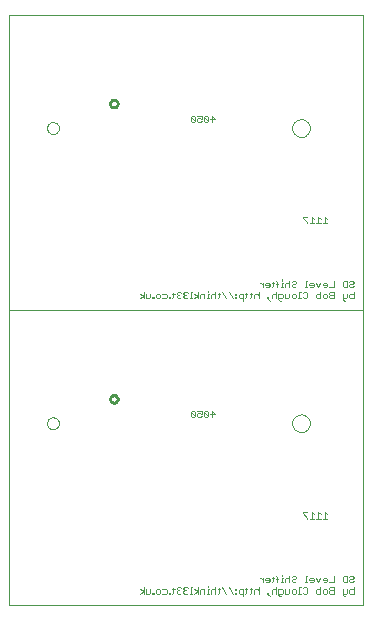
<source format=gbo>
G75*
G70*
%OFA0B0*%
%FSLAX24Y24*%
%IPPOS*%
%LPD*%
%AMOC8*
5,1,8,0,0,1.08239X$1,22.5*
%
%ADD10C,0.0000*%
%ADD11C,0.0020*%
%ADD12C,0.0100*%
D10*
X000100Y007391D02*
X000100Y017233D01*
X000100Y027076D01*
X011911Y027076D01*
X011911Y017233D01*
X000100Y017233D01*
X011911Y017233D01*
X011911Y007391D01*
X000100Y007391D01*
X001375Y013456D02*
X001377Y013483D01*
X001383Y013510D01*
X001392Y013536D01*
X001405Y013560D01*
X001421Y013583D01*
X001440Y013602D01*
X001462Y013619D01*
X001486Y013633D01*
X001511Y013643D01*
X001538Y013650D01*
X001565Y013653D01*
X001593Y013652D01*
X001620Y013647D01*
X001646Y013639D01*
X001670Y013627D01*
X001693Y013611D01*
X001714Y013593D01*
X001731Y013572D01*
X001746Y013548D01*
X001757Y013523D01*
X001765Y013497D01*
X001769Y013470D01*
X001769Y013442D01*
X001765Y013415D01*
X001757Y013389D01*
X001746Y013364D01*
X001731Y013340D01*
X001714Y013319D01*
X001693Y013301D01*
X001671Y013285D01*
X001646Y013273D01*
X001620Y013265D01*
X001593Y013260D01*
X001565Y013259D01*
X001538Y013262D01*
X001511Y013269D01*
X001486Y013279D01*
X001462Y013293D01*
X001440Y013310D01*
X001421Y013329D01*
X001405Y013352D01*
X001392Y013376D01*
X001383Y013402D01*
X001377Y013429D01*
X001375Y013456D01*
X001375Y023298D02*
X001377Y023325D01*
X001383Y023352D01*
X001392Y023378D01*
X001405Y023402D01*
X001421Y023425D01*
X001440Y023444D01*
X001462Y023461D01*
X001486Y023475D01*
X001511Y023485D01*
X001538Y023492D01*
X001565Y023495D01*
X001593Y023494D01*
X001620Y023489D01*
X001646Y023481D01*
X001670Y023469D01*
X001693Y023453D01*
X001714Y023435D01*
X001731Y023414D01*
X001746Y023390D01*
X001757Y023365D01*
X001765Y023339D01*
X001769Y023312D01*
X001769Y023284D01*
X001765Y023257D01*
X001757Y023231D01*
X001746Y023206D01*
X001731Y023182D01*
X001714Y023161D01*
X001693Y023143D01*
X001671Y023127D01*
X001646Y023115D01*
X001620Y023107D01*
X001593Y023102D01*
X001565Y023101D01*
X001538Y023104D01*
X001511Y023111D01*
X001486Y023121D01*
X001462Y023135D01*
X001440Y023152D01*
X001421Y023171D01*
X001405Y023194D01*
X001392Y023218D01*
X001383Y023244D01*
X001377Y023271D01*
X001375Y023298D01*
X009545Y023298D02*
X009547Y023332D01*
X009553Y023366D01*
X009563Y023399D01*
X009576Y023430D01*
X009594Y023460D01*
X009614Y023488D01*
X009638Y023513D01*
X009664Y023535D01*
X009692Y023553D01*
X009723Y023569D01*
X009755Y023581D01*
X009789Y023589D01*
X009823Y023593D01*
X009857Y023593D01*
X009891Y023589D01*
X009925Y023581D01*
X009957Y023569D01*
X009987Y023553D01*
X010016Y023535D01*
X010042Y023513D01*
X010066Y023488D01*
X010086Y023460D01*
X010104Y023430D01*
X010117Y023399D01*
X010127Y023366D01*
X010133Y023332D01*
X010135Y023298D01*
X010133Y023264D01*
X010127Y023230D01*
X010117Y023197D01*
X010104Y023166D01*
X010086Y023136D01*
X010066Y023108D01*
X010042Y023083D01*
X010016Y023061D01*
X009988Y023043D01*
X009957Y023027D01*
X009925Y023015D01*
X009891Y023007D01*
X009857Y023003D01*
X009823Y023003D01*
X009789Y023007D01*
X009755Y023015D01*
X009723Y023027D01*
X009692Y023043D01*
X009664Y023061D01*
X009638Y023083D01*
X009614Y023108D01*
X009594Y023136D01*
X009576Y023166D01*
X009563Y023197D01*
X009553Y023230D01*
X009547Y023264D01*
X009545Y023298D01*
X009545Y013456D02*
X009547Y013490D01*
X009553Y013524D01*
X009563Y013557D01*
X009576Y013588D01*
X009594Y013618D01*
X009614Y013646D01*
X009638Y013671D01*
X009664Y013693D01*
X009692Y013711D01*
X009723Y013727D01*
X009755Y013739D01*
X009789Y013747D01*
X009823Y013751D01*
X009857Y013751D01*
X009891Y013747D01*
X009925Y013739D01*
X009957Y013727D01*
X009987Y013711D01*
X010016Y013693D01*
X010042Y013671D01*
X010066Y013646D01*
X010086Y013618D01*
X010104Y013588D01*
X010117Y013557D01*
X010127Y013524D01*
X010133Y013490D01*
X010135Y013456D01*
X010133Y013422D01*
X010127Y013388D01*
X010117Y013355D01*
X010104Y013324D01*
X010086Y013294D01*
X010066Y013266D01*
X010042Y013241D01*
X010016Y013219D01*
X009988Y013201D01*
X009957Y013185D01*
X009925Y013173D01*
X009891Y013165D01*
X009857Y013161D01*
X009823Y013161D01*
X009789Y013165D01*
X009755Y013173D01*
X009723Y013185D01*
X009692Y013201D01*
X009664Y013219D01*
X009638Y013241D01*
X009614Y013266D01*
X009594Y013294D01*
X009576Y013324D01*
X009563Y013355D01*
X009553Y013388D01*
X009547Y013422D01*
X009545Y013456D01*
D11*
X009905Y010496D02*
X009905Y010459D01*
X010052Y010312D01*
X010052Y010276D01*
X010126Y010276D02*
X010273Y010276D01*
X010200Y010276D02*
X010200Y010496D01*
X010273Y010423D01*
X010421Y010496D02*
X010421Y010276D01*
X010494Y010276D02*
X010347Y010276D01*
X010494Y010423D02*
X010421Y010496D01*
X010568Y010276D02*
X010715Y010276D01*
X010642Y010276D02*
X010642Y010496D01*
X010715Y010423D01*
X010052Y010496D02*
X009905Y010496D01*
X010006Y008371D02*
X010006Y008151D01*
X009970Y008151D02*
X010043Y008151D01*
X010117Y008224D02*
X010264Y008224D01*
X010264Y008187D02*
X010264Y008261D01*
X010227Y008298D01*
X010154Y008298D01*
X010117Y008261D01*
X010117Y008224D01*
X010154Y008151D02*
X010227Y008151D01*
X010264Y008187D01*
X010338Y008298D02*
X010412Y008151D01*
X010485Y008298D01*
X010559Y008261D02*
X010559Y008224D01*
X010706Y008224D01*
X010706Y008187D02*
X010706Y008261D01*
X010669Y008298D01*
X010596Y008298D01*
X010559Y008261D01*
X010596Y008151D02*
X010669Y008151D01*
X010706Y008187D01*
X010780Y008151D02*
X010927Y008151D01*
X010927Y008371D01*
X010927Y007996D02*
X010817Y007996D01*
X010780Y007959D01*
X010780Y007923D01*
X010817Y007886D01*
X010927Y007886D01*
X010927Y007776D02*
X010927Y007996D01*
X010817Y007886D02*
X010780Y007849D01*
X010780Y007812D01*
X010817Y007776D01*
X010927Y007776D01*
X010706Y007812D02*
X010669Y007776D01*
X010596Y007776D01*
X010559Y007812D01*
X010559Y007886D01*
X010596Y007923D01*
X010669Y007923D01*
X010706Y007886D01*
X010706Y007812D01*
X010485Y007776D02*
X010375Y007776D01*
X010338Y007812D01*
X010338Y007886D01*
X010375Y007923D01*
X010485Y007923D01*
X010485Y007996D02*
X010485Y007776D01*
X010043Y007812D02*
X010006Y007776D01*
X009933Y007776D01*
X009896Y007812D01*
X009822Y007776D02*
X009749Y007776D01*
X009785Y007776D02*
X009785Y007996D01*
X009822Y007996D01*
X009896Y007959D02*
X009933Y007996D01*
X010006Y007996D01*
X010043Y007959D01*
X010043Y007812D01*
X010043Y008371D02*
X010006Y008371D01*
X009675Y008334D02*
X009675Y008298D01*
X009638Y008261D01*
X009565Y008261D01*
X009528Y008224D01*
X009528Y008187D01*
X009565Y008151D01*
X009638Y008151D01*
X009675Y008187D01*
X009675Y008334D02*
X009638Y008371D01*
X009565Y008371D01*
X009528Y008334D01*
X009454Y008371D02*
X009454Y008151D01*
X009454Y008261D02*
X009417Y008298D01*
X009344Y008298D01*
X009307Y008261D01*
X009307Y008151D01*
X009233Y008151D02*
X009159Y008151D01*
X009196Y008151D02*
X009196Y008298D01*
X009233Y008298D01*
X009196Y008371D02*
X009196Y008408D01*
X009049Y008334D02*
X009049Y008151D01*
X009085Y008261D02*
X009012Y008261D01*
X009049Y008334D02*
X009012Y008371D01*
X008938Y008298D02*
X008865Y008298D01*
X008901Y008334D02*
X008901Y008187D01*
X008865Y008151D01*
X008791Y008187D02*
X008791Y008261D01*
X008754Y008298D01*
X008681Y008298D01*
X008644Y008261D01*
X008644Y008224D01*
X008791Y008224D01*
X008791Y008187D02*
X008754Y008151D01*
X008681Y008151D01*
X008570Y008151D02*
X008570Y008298D01*
X008570Y008224D02*
X008496Y008298D01*
X008460Y008298D01*
X008423Y007996D02*
X008423Y007776D01*
X008423Y007886D02*
X008386Y007923D01*
X008312Y007923D01*
X008276Y007886D01*
X008276Y007776D01*
X008165Y007812D02*
X008128Y007776D01*
X008165Y007812D02*
X008165Y007959D01*
X008202Y007923D02*
X008128Y007923D01*
X008054Y007923D02*
X007981Y007923D01*
X008017Y007959D02*
X008017Y007812D01*
X007981Y007776D01*
X007907Y007776D02*
X007797Y007776D01*
X007760Y007812D01*
X007760Y007886D01*
X007797Y007923D01*
X007907Y007923D01*
X007907Y007702D01*
X007686Y007776D02*
X007686Y007812D01*
X007649Y007812D01*
X007649Y007776D01*
X007686Y007776D01*
X007686Y007886D02*
X007686Y007923D01*
X007649Y007923D01*
X007649Y007886D01*
X007686Y007886D01*
X007575Y007776D02*
X007429Y007996D01*
X007208Y007996D02*
X007354Y007776D01*
X007133Y007923D02*
X007060Y007923D01*
X007097Y007959D02*
X007097Y007812D01*
X007060Y007776D01*
X006986Y007776D02*
X006986Y007996D01*
X006949Y007923D02*
X006986Y007886D01*
X006949Y007923D02*
X006876Y007923D01*
X006839Y007886D01*
X006839Y007776D01*
X006765Y007776D02*
X006692Y007776D01*
X006728Y007776D02*
X006728Y007923D01*
X006765Y007923D01*
X006728Y007996D02*
X006728Y008033D01*
X006618Y007923D02*
X006508Y007923D01*
X006471Y007886D01*
X006471Y007776D01*
X006397Y007776D02*
X006397Y007996D01*
X006287Y007923D02*
X006397Y007849D01*
X006287Y007776D01*
X006213Y007776D02*
X006139Y007776D01*
X006176Y007776D02*
X006176Y007996D01*
X006213Y007996D01*
X006065Y007959D02*
X006029Y007996D01*
X005955Y007996D01*
X005919Y007959D01*
X005919Y007923D01*
X005955Y007886D01*
X005919Y007849D01*
X005919Y007812D01*
X005955Y007776D01*
X006029Y007776D01*
X006065Y007812D01*
X005992Y007886D02*
X005955Y007886D01*
X005844Y007959D02*
X005808Y007996D01*
X005734Y007996D01*
X005698Y007959D01*
X005698Y007923D01*
X005734Y007886D01*
X005698Y007849D01*
X005698Y007812D01*
X005734Y007776D01*
X005808Y007776D01*
X005844Y007812D01*
X005771Y007886D02*
X005734Y007886D01*
X005623Y007923D02*
X005550Y007923D01*
X005587Y007959D02*
X005587Y007812D01*
X005550Y007776D01*
X005476Y007776D02*
X005439Y007776D01*
X005439Y007812D01*
X005476Y007812D01*
X005476Y007776D01*
X005366Y007812D02*
X005329Y007776D01*
X005219Y007776D01*
X005145Y007812D02*
X005108Y007776D01*
X005034Y007776D01*
X004998Y007812D01*
X004998Y007886D01*
X005034Y007923D01*
X005108Y007923D01*
X005145Y007886D01*
X005145Y007812D01*
X005219Y007923D02*
X005329Y007923D01*
X005366Y007886D01*
X005366Y007812D01*
X004924Y007812D02*
X004887Y007812D01*
X004887Y007776D01*
X004924Y007776D01*
X004924Y007812D01*
X004813Y007812D02*
X004776Y007776D01*
X004666Y007776D01*
X004666Y007923D01*
X004592Y007996D02*
X004592Y007776D01*
X004592Y007849D02*
X004482Y007923D01*
X004592Y007849D02*
X004482Y007776D01*
X004813Y007812D02*
X004813Y007923D01*
X006618Y007923D02*
X006618Y007776D01*
X008717Y007776D02*
X008754Y007776D01*
X008754Y007812D01*
X008717Y007812D01*
X008717Y007776D01*
X008791Y007702D01*
X008865Y007776D02*
X008865Y007886D01*
X008902Y007923D01*
X008975Y007923D01*
X009012Y007886D01*
X009086Y007923D02*
X009086Y007739D01*
X009123Y007702D01*
X009159Y007702D01*
X009196Y007776D02*
X009086Y007776D01*
X009012Y007776D02*
X009012Y007996D01*
X009086Y007923D02*
X009196Y007923D01*
X009233Y007886D01*
X009233Y007812D01*
X009196Y007776D01*
X009307Y007776D02*
X009307Y007923D01*
X009454Y007923D02*
X009454Y007812D01*
X009417Y007776D01*
X009307Y007776D01*
X009528Y007812D02*
X009528Y007886D01*
X009565Y007923D01*
X009638Y007923D01*
X009675Y007886D01*
X009675Y007812D01*
X009638Y007776D01*
X009565Y007776D01*
X009528Y007812D01*
X011222Y007776D02*
X011332Y007776D01*
X011369Y007812D01*
X011369Y007923D01*
X011443Y007886D02*
X011480Y007923D01*
X011590Y007923D01*
X011590Y007996D02*
X011590Y007776D01*
X011480Y007776D01*
X011443Y007812D01*
X011443Y007886D01*
X011480Y008151D02*
X011553Y008151D01*
X011590Y008187D01*
X011553Y008261D02*
X011480Y008261D01*
X011443Y008224D01*
X011443Y008187D01*
X011480Y008151D01*
X011369Y008151D02*
X011369Y008371D01*
X011259Y008371D01*
X011222Y008334D01*
X011222Y008187D01*
X011259Y008151D01*
X011369Y008151D01*
X011443Y008334D02*
X011480Y008371D01*
X011553Y008371D01*
X011590Y008334D01*
X011590Y008298D01*
X011553Y008261D01*
X011222Y007923D02*
X011222Y007739D01*
X011259Y007702D01*
X011296Y007702D01*
X006965Y013761D02*
X006818Y013761D01*
X006744Y013834D02*
X006744Y013687D01*
X006597Y013834D01*
X006597Y013687D01*
X006634Y013651D01*
X006707Y013651D01*
X006744Y013687D01*
X006855Y013651D02*
X006855Y013871D01*
X006965Y013761D01*
X006744Y013834D02*
X006707Y013871D01*
X006634Y013871D01*
X006597Y013834D01*
X006523Y013871D02*
X006523Y013761D01*
X006450Y013798D01*
X006413Y013798D01*
X006376Y013761D01*
X006376Y013687D01*
X006413Y013651D01*
X006486Y013651D01*
X006523Y013687D01*
X006523Y013871D02*
X006376Y013871D01*
X006302Y013834D02*
X006302Y013687D01*
X006155Y013834D01*
X006155Y013687D01*
X006192Y013651D01*
X006265Y013651D01*
X006302Y013687D01*
X006302Y013834D02*
X006265Y013871D01*
X006192Y013871D01*
X006155Y013834D01*
X006213Y017618D02*
X006139Y017618D01*
X006176Y017618D02*
X006176Y017838D01*
X006213Y017838D01*
X006287Y017765D02*
X006397Y017692D01*
X006287Y017618D01*
X006397Y017618D02*
X006397Y017838D01*
X006471Y017728D02*
X006471Y017618D01*
X006471Y017728D02*
X006508Y017765D01*
X006618Y017765D01*
X006618Y017618D01*
X006692Y017618D02*
X006765Y017618D01*
X006728Y017618D02*
X006728Y017765D01*
X006765Y017765D01*
X006728Y017838D02*
X006728Y017875D01*
X006839Y017728D02*
X006839Y017618D01*
X006839Y017728D02*
X006876Y017765D01*
X006949Y017765D01*
X006986Y017728D01*
X007060Y017765D02*
X007133Y017765D01*
X007097Y017802D02*
X007097Y017655D01*
X007060Y017618D01*
X006986Y017618D02*
X006986Y017838D01*
X007208Y017838D02*
X007354Y017618D01*
X007575Y017618D02*
X007429Y017838D01*
X007649Y017765D02*
X007649Y017728D01*
X007686Y017728D01*
X007686Y017765D01*
X007649Y017765D01*
X007649Y017655D02*
X007649Y017618D01*
X007686Y017618D01*
X007686Y017655D01*
X007649Y017655D01*
X007760Y017655D02*
X007760Y017728D01*
X007797Y017765D01*
X007907Y017765D01*
X007907Y017545D01*
X007907Y017618D02*
X007797Y017618D01*
X007760Y017655D01*
X007981Y017618D02*
X008017Y017655D01*
X008017Y017802D01*
X007981Y017765D02*
X008054Y017765D01*
X008128Y017765D02*
X008202Y017765D01*
X008165Y017802D02*
X008165Y017655D01*
X008128Y017618D01*
X008276Y017618D02*
X008276Y017728D01*
X008312Y017765D01*
X008386Y017765D01*
X008423Y017728D01*
X008423Y017838D02*
X008423Y017618D01*
X008717Y017618D02*
X008754Y017618D01*
X008754Y017655D01*
X008717Y017655D01*
X008717Y017618D01*
X008791Y017545D01*
X008865Y017618D02*
X008865Y017728D01*
X008902Y017765D01*
X008975Y017765D01*
X009012Y017728D01*
X009086Y017765D02*
X009086Y017582D01*
X009123Y017545D01*
X009159Y017545D01*
X009196Y017618D02*
X009086Y017618D01*
X009012Y017618D02*
X009012Y017838D01*
X009086Y017765D02*
X009196Y017765D01*
X009233Y017728D01*
X009233Y017655D01*
X009196Y017618D01*
X009307Y017618D02*
X009307Y017765D01*
X009307Y017618D02*
X009417Y017618D01*
X009454Y017655D01*
X009454Y017765D01*
X009528Y017728D02*
X009528Y017655D01*
X009565Y017618D01*
X009638Y017618D01*
X009675Y017655D01*
X009675Y017728D01*
X009638Y017765D01*
X009565Y017765D01*
X009528Y017728D01*
X009565Y017993D02*
X009638Y017993D01*
X009675Y018030D01*
X009638Y018103D02*
X009565Y018103D01*
X009528Y018067D01*
X009528Y018030D01*
X009565Y017993D01*
X009454Y017993D02*
X009454Y018213D01*
X009417Y018140D02*
X009344Y018140D01*
X009307Y018103D01*
X009307Y017993D01*
X009233Y017993D02*
X009159Y017993D01*
X009196Y017993D02*
X009196Y018140D01*
X009233Y018140D01*
X009196Y018213D02*
X009196Y018250D01*
X009049Y018177D02*
X009012Y018213D01*
X009049Y018177D02*
X009049Y017993D01*
X009085Y018103D02*
X009012Y018103D01*
X008938Y018140D02*
X008865Y018140D01*
X008901Y018177D02*
X008901Y018030D01*
X008865Y017993D01*
X008791Y018030D02*
X008791Y018103D01*
X008754Y018140D01*
X008681Y018140D01*
X008644Y018103D01*
X008644Y018067D01*
X008791Y018067D01*
X008791Y018030D02*
X008754Y017993D01*
X008681Y017993D01*
X008570Y017993D02*
X008570Y018140D01*
X008570Y018067D02*
X008496Y018140D01*
X008460Y018140D01*
X009417Y018140D02*
X009454Y018103D01*
X009528Y018177D02*
X009565Y018213D01*
X009638Y018213D01*
X009675Y018177D01*
X009675Y018140D01*
X009638Y018103D01*
X009785Y017838D02*
X009785Y017618D01*
X009749Y017618D02*
X009822Y017618D01*
X009896Y017655D02*
X009933Y017618D01*
X010006Y017618D01*
X010043Y017655D01*
X010043Y017802D01*
X010006Y017838D01*
X009933Y017838D01*
X009896Y017802D01*
X009822Y017838D02*
X009785Y017838D01*
X009970Y017993D02*
X010043Y017993D01*
X010006Y017993D02*
X010006Y018213D01*
X010043Y018213D01*
X010117Y018103D02*
X010117Y018067D01*
X010264Y018067D01*
X010264Y018103D02*
X010227Y018140D01*
X010154Y018140D01*
X010117Y018103D01*
X010154Y017993D02*
X010227Y017993D01*
X010264Y018030D01*
X010264Y018103D01*
X010338Y018140D02*
X010412Y017993D01*
X010485Y018140D01*
X010559Y018103D02*
X010559Y018067D01*
X010706Y018067D01*
X010706Y018103D02*
X010669Y018140D01*
X010596Y018140D01*
X010559Y018103D01*
X010596Y017993D02*
X010669Y017993D01*
X010706Y018030D01*
X010706Y018103D01*
X010780Y017993D02*
X010927Y017993D01*
X010927Y018213D01*
X010927Y017838D02*
X010817Y017838D01*
X010780Y017802D01*
X010780Y017765D01*
X010817Y017728D01*
X010927Y017728D01*
X010927Y017618D02*
X010927Y017838D01*
X010817Y017728D02*
X010780Y017692D01*
X010780Y017655D01*
X010817Y017618D01*
X010927Y017618D01*
X010706Y017655D02*
X010669Y017618D01*
X010596Y017618D01*
X010559Y017655D01*
X010559Y017728D01*
X010596Y017765D01*
X010669Y017765D01*
X010706Y017728D01*
X010706Y017655D01*
X010485Y017618D02*
X010485Y017838D01*
X010485Y017765D02*
X010375Y017765D01*
X010338Y017728D01*
X010338Y017655D01*
X010375Y017618D01*
X010485Y017618D01*
X011222Y017618D02*
X011332Y017618D01*
X011369Y017655D01*
X011369Y017765D01*
X011443Y017728D02*
X011443Y017655D01*
X011480Y017618D01*
X011590Y017618D01*
X011590Y017838D01*
X011590Y017765D02*
X011480Y017765D01*
X011443Y017728D01*
X011480Y017993D02*
X011553Y017993D01*
X011590Y018030D01*
X011553Y018103D02*
X011480Y018103D01*
X011443Y018067D01*
X011443Y018030D01*
X011480Y017993D01*
X011369Y017993D02*
X011259Y017993D01*
X011222Y018030D01*
X011222Y018177D01*
X011259Y018213D01*
X011369Y018213D01*
X011369Y017993D01*
X011443Y018177D02*
X011480Y018213D01*
X011553Y018213D01*
X011590Y018177D01*
X011590Y018140D01*
X011553Y018103D01*
X011222Y017765D02*
X011222Y017582D01*
X011259Y017545D01*
X011296Y017545D01*
X010715Y020118D02*
X010568Y020118D01*
X010642Y020118D02*
X010642Y020338D01*
X010715Y020265D01*
X010494Y020265D02*
X010421Y020338D01*
X010421Y020118D01*
X010494Y020118D02*
X010347Y020118D01*
X010273Y020118D02*
X010126Y020118D01*
X010200Y020118D02*
X010200Y020338D01*
X010273Y020265D01*
X010052Y020338D02*
X009905Y020338D01*
X009905Y020302D01*
X010052Y020155D01*
X010052Y020118D01*
X006965Y023603D02*
X006818Y023603D01*
X006744Y023530D02*
X006597Y023677D01*
X006597Y023530D01*
X006634Y023493D01*
X006707Y023493D01*
X006744Y023530D01*
X006744Y023677D01*
X006707Y023713D01*
X006634Y023713D01*
X006597Y023677D01*
X006523Y023713D02*
X006523Y023603D01*
X006450Y023640D01*
X006413Y023640D01*
X006376Y023603D01*
X006376Y023530D01*
X006413Y023493D01*
X006486Y023493D01*
X006523Y023530D01*
X006523Y023713D02*
X006376Y023713D01*
X006302Y023677D02*
X006265Y023713D01*
X006192Y023713D01*
X006155Y023677D01*
X006302Y023530D01*
X006265Y023493D01*
X006192Y023493D01*
X006155Y023530D01*
X006155Y023677D01*
X006302Y023677D02*
X006302Y023530D01*
X006855Y023493D02*
X006855Y023713D01*
X006965Y023603D01*
X006029Y017838D02*
X005955Y017838D01*
X005919Y017802D01*
X005919Y017765D01*
X005955Y017728D01*
X005919Y017692D01*
X005919Y017655D01*
X005955Y017618D01*
X006029Y017618D01*
X006065Y017655D01*
X005992Y017728D02*
X005955Y017728D01*
X005844Y017655D02*
X005808Y017618D01*
X005734Y017618D01*
X005698Y017655D01*
X005698Y017692D01*
X005734Y017728D01*
X005771Y017728D01*
X005734Y017728D02*
X005698Y017765D01*
X005698Y017802D01*
X005734Y017838D01*
X005808Y017838D01*
X005844Y017802D01*
X006029Y017838D02*
X006065Y017802D01*
X005623Y017765D02*
X005550Y017765D01*
X005587Y017802D02*
X005587Y017655D01*
X005550Y017618D01*
X005476Y017618D02*
X005439Y017618D01*
X005439Y017655D01*
X005476Y017655D01*
X005476Y017618D01*
X005366Y017655D02*
X005366Y017728D01*
X005329Y017765D01*
X005219Y017765D01*
X005145Y017728D02*
X005145Y017655D01*
X005108Y017618D01*
X005034Y017618D01*
X004998Y017655D01*
X004998Y017728D01*
X005034Y017765D01*
X005108Y017765D01*
X005145Y017728D01*
X005219Y017618D02*
X005329Y017618D01*
X005366Y017655D01*
X004924Y017655D02*
X004887Y017655D01*
X004887Y017618D01*
X004924Y017618D01*
X004924Y017655D01*
X004813Y017655D02*
X004776Y017618D01*
X004666Y017618D01*
X004666Y017765D01*
X004592Y017692D02*
X004482Y017618D01*
X004592Y017618D02*
X004592Y017838D01*
X004482Y017765D02*
X004592Y017692D01*
X004813Y017655D02*
X004813Y017765D01*
D12*
X003475Y014266D02*
X003477Y014288D01*
X003483Y014309D01*
X003492Y014328D01*
X003504Y014346D01*
X003520Y014362D01*
X003537Y014374D01*
X003557Y014383D01*
X003578Y014389D01*
X003600Y014391D01*
X003622Y014389D01*
X003643Y014383D01*
X003662Y014374D01*
X003680Y014362D01*
X003696Y014346D01*
X003708Y014328D01*
X003717Y014309D01*
X003723Y014288D01*
X003725Y014266D01*
X003723Y014244D01*
X003717Y014223D01*
X003708Y014204D01*
X003696Y014186D01*
X003680Y014170D01*
X003663Y014158D01*
X003643Y014149D01*
X003622Y014143D01*
X003600Y014141D01*
X003578Y014143D01*
X003557Y014149D01*
X003537Y014158D01*
X003520Y014170D01*
X003504Y014186D01*
X003492Y014203D01*
X003483Y014223D01*
X003477Y014244D01*
X003475Y014266D01*
X003475Y024108D02*
X003477Y024130D01*
X003483Y024151D01*
X003492Y024170D01*
X003504Y024188D01*
X003520Y024204D01*
X003537Y024216D01*
X003557Y024225D01*
X003578Y024231D01*
X003600Y024233D01*
X003622Y024231D01*
X003643Y024225D01*
X003662Y024216D01*
X003680Y024204D01*
X003696Y024188D01*
X003708Y024170D01*
X003717Y024151D01*
X003723Y024130D01*
X003725Y024108D01*
X003723Y024086D01*
X003717Y024065D01*
X003708Y024046D01*
X003696Y024028D01*
X003680Y024012D01*
X003663Y024000D01*
X003643Y023991D01*
X003622Y023985D01*
X003600Y023983D01*
X003578Y023985D01*
X003557Y023991D01*
X003537Y024000D01*
X003520Y024012D01*
X003504Y024028D01*
X003492Y024045D01*
X003483Y024065D01*
X003477Y024086D01*
X003475Y024108D01*
M02*

</source>
